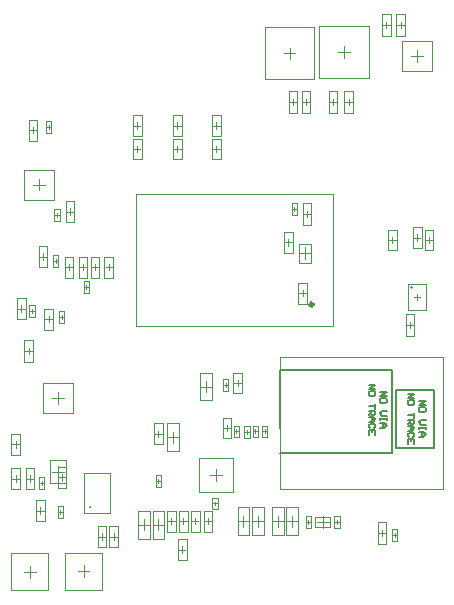
<source format=gbr>
%TF.GenerationSoftware,Altium Limited,Altium Designer,20.1.11 (218)*%
G04 Layer_Color=32768*
%FSLAX45Y45*%
%MOMM*%
%TF.SameCoordinates,C7425212-4277-447C-8971-9BA6FDDE4791*%
%TF.FilePolarity,Positive*%
%TF.FileFunction,Other,Mechanical_15*%
%TF.Part,Single*%
G01*
G75*
%TA.AperFunction,NonConductor*%
%ADD64C,0.10000*%
%ADD85C,0.15000*%
%ADD112C,0.30000*%
%ADD188C,0.01000*%
%ADD190C,0.05000*%
%ADD192C,0.12700*%
D64*
X2002500Y510002D02*
X2057501D01*
X2029998Y482499D02*
Y537500D01*
X1995002Y419999D02*
X2064999D01*
X1995002Y599999D02*
X2064999D01*
Y419999D02*
Y599999D01*
X1995002Y419999D02*
Y599999D01*
X2322004Y2289997D02*
Y3410000D01*
X3992003D01*
Y2289997D02*
Y3410000D01*
X2322004Y2289997D02*
X3992003D01*
X3000002Y979999D02*
Y1079999D01*
X2950000Y1030002D02*
X3050000D01*
X4412501Y4840002D02*
X4467502D01*
X4439999Y4812499D02*
Y4867500D01*
X4404998Y4929999D02*
X4475000D01*
X4404998Y4749999D02*
X4475000D01*
X4404998D02*
Y4929999D01*
X4475000Y4749999D02*
Y4929999D01*
X4532499Y4840001D02*
X4587500D01*
X4560002Y4812498D02*
Y4867500D01*
X4525001Y4929999D02*
X4594998D01*
X4525001Y4749999D02*
X4594998D01*
X4525001D02*
Y4929999D01*
X4594998Y4749999D02*
Y4929999D01*
X3153501Y1399998D02*
X3186501D01*
X3170001Y1383498D02*
Y1416498D01*
X3192998Y1350001D02*
Y1450001D01*
X3146999Y1350001D02*
Y1450001D01*
Y1350001D02*
X3192998D01*
X3146999Y1450001D02*
X3192998D01*
X3393502Y1400002D02*
X3426502D01*
X3410002Y1383502D02*
Y1416502D01*
X3432999Y1349999D02*
Y1449999D01*
X3387000Y1349999D02*
Y1449999D01*
Y1349999D02*
X3432999D01*
X3387000Y1449999D02*
X3432999D01*
X3230001Y595000D02*
Y685002D01*
X3185002Y639998D02*
X3274999D01*
X3179998Y522498D02*
Y757499D01*
X3279998Y522498D02*
Y757499D01*
X3179998D02*
X3279998D01*
X3179998Y522498D02*
X3279998D01*
X1503509Y960009D02*
X1536508D01*
X1520008Y943509D02*
Y976509D01*
X1497006Y910006D02*
Y1010006D01*
X1543006Y910006D02*
Y1010006D01*
X1497006D02*
X1543006D01*
X1497006Y910006D02*
X1543006D01*
X3520001Y595000D02*
Y685002D01*
X3474998Y639999D02*
X3565000D01*
X3469999Y522498D02*
Y757499D01*
X3569999Y522498D02*
Y757499D01*
X3469999D02*
X3569999D01*
X3469999Y522498D02*
X3569999D01*
X2389998Y565002D02*
Y654999D01*
X2345000Y610001D02*
X2435002D01*
X2340001Y492500D02*
Y727501D01*
X2440001Y492500D02*
Y727501D01*
X2340001D02*
X2440001D01*
X2340001Y492500D02*
X2440001D01*
X3756999Y680002D02*
X3802998D01*
X3756999Y580003D02*
X3802998D01*
X3756999D02*
Y680002D01*
X3802998Y580003D02*
Y680002D01*
X3780001Y613500D02*
Y646500D01*
X3763501Y630000D02*
X3796501D01*
X3899998Y579998D02*
Y680002D01*
X3850000Y630000D02*
X3950000D01*
X3997002Y580000D02*
X4043001D01*
X3997002Y679999D02*
X4043001D01*
Y580000D02*
Y679999D01*
X3997002Y580000D02*
Y679999D01*
X4019999Y613502D02*
Y646502D01*
X4003499Y630002D02*
X4036499D01*
X3639998Y595001D02*
Y684998D01*
X3594999Y639999D02*
X3685002D01*
X3590000Y522499D02*
Y757500D01*
X3690000Y522499D02*
Y757500D01*
X3590000D02*
X3690000D01*
X3590000Y522499D02*
X3690000D01*
X4372500Y540001D02*
X4427501D01*
X4399998Y512498D02*
Y567500D01*
X4365002Y629999D02*
X4435000D01*
X4365002Y449999D02*
X4435000D01*
X4365002D02*
Y629999D01*
X4435000Y449999D02*
Y629999D01*
X4837498Y2932499D02*
Y3107500D01*
X4762502Y2932499D02*
Y3107500D01*
X4837498D01*
X4762502Y2932499D02*
X4837498D01*
X4800003Y2992499D02*
Y3047500D01*
X4772499Y3020002D02*
X4827501D01*
X4672502Y3039999D02*
X4727498D01*
X4700000Y3012501D02*
Y3067497D01*
X4662499Y3127502D02*
X4737501D01*
X4662499Y2952501D02*
X4737501D01*
X4662499D02*
Y3127502D01*
X4737501Y2952501D02*
Y3127502D01*
X4612501Y2300002D02*
X4667502D01*
X4639999Y2272499D02*
Y2327500D01*
X4604998Y2209999D02*
X4675001D01*
X4604998Y2389999D02*
X4675001D01*
Y2209999D02*
Y2389999D01*
X4604998Y2209999D02*
Y2389999D01*
X4462502Y3020001D02*
X4517498D01*
X4490000Y2992498D02*
Y3047499D01*
X4452499Y3107499D02*
X4527500D01*
X4452499Y2932498D02*
X4527500D01*
Y3107499D01*
X4452499Y2932498D02*
Y3107499D01*
X3570001Y4600001D02*
X3670001D01*
X3619999Y4549998D02*
Y4649998D01*
X1883506Y2620006D02*
X1916506D01*
X1900006Y2603506D02*
Y2636506D01*
X1877009Y2570009D02*
Y2670008D01*
X1923008Y2570009D02*
Y2670008D01*
X1877009D02*
X1923008D01*
X1877009Y2570009D02*
X1923008D01*
X1664999Y1010001D02*
X1720000D01*
X1692502Y982503D02*
Y1037499D01*
X1657501Y919998D02*
X1727504D01*
X1657501Y1099998D02*
X1727504D01*
Y919998D02*
Y1099998D01*
X1657501Y919998D02*
Y1099998D01*
X1656251Y1010000D02*
Y1110000D01*
X1606249Y1060002D02*
X1706248D01*
X1422501Y3950000D02*
X1477502D01*
X1449999Y3922502D02*
Y3977498D01*
X1414998Y3860002D02*
X1485000D01*
X1414998Y4040002D02*
X1485000D01*
Y3860002D02*
Y4040002D01*
X1414998Y3860002D02*
Y4040002D01*
X2062502Y2790003D02*
X2117503D01*
X2090000Y2762499D02*
Y2817501D01*
X2052504Y2702500D02*
X2127500D01*
X2052504Y2877500D02*
X2127500D01*
Y2702500D02*
Y2877500D01*
X2052504Y2702500D02*
Y2877500D01*
X1494999Y2790000D02*
Y2970000D01*
X1564996Y2790000D02*
Y2970000D01*
X1494999D02*
X1564996D01*
X1494999Y2790000D02*
X1564996D01*
X1530000Y2852500D02*
Y2907501D01*
X1502497Y2880003D02*
X1557498D01*
X1500000Y3440003D02*
Y3540002D01*
X1449998Y3490000D02*
X1549997D01*
X1382498Y2080001D02*
X1437500D01*
X1410001Y2052498D02*
Y2107499D01*
X1375000Y1989999D02*
X1444998D01*
X1375000Y2169999D02*
X1444998D01*
Y1989999D02*
Y2169999D01*
X1375000Y1989999D02*
Y2169999D01*
X2302501Y3790002D02*
X2357502D01*
X2329999Y3762499D02*
Y3817500D01*
X2292498Y3702499D02*
X2367499D01*
X2292498Y3877500D02*
X2367499D01*
Y3702499D02*
Y3877500D01*
X2292498Y3702499D02*
Y3877500D01*
X1722501Y2789997D02*
X1777502D01*
X1749999Y2762499D02*
Y2817501D01*
X1714998Y2700000D02*
X1785000D01*
X1714998Y2880000D02*
X1785000D01*
Y2700000D02*
Y2880000D01*
X1714998Y2700000D02*
Y2880000D01*
X2632498Y3702501D02*
Y3877502D01*
X2707499Y3702501D02*
Y3877502D01*
X2632498D02*
X2707499D01*
X2632498Y3702501D02*
X2707499D01*
X2669999Y3762501D02*
Y3817502D01*
X2642501Y3789999D02*
X2697502D01*
X2972499D02*
X3027500D01*
X3000002Y3762501D02*
Y3817502D01*
X2962501Y3702501D02*
X3037502D01*
X2962501Y3877502D02*
X3037502D01*
Y3702501D02*
Y3877502D01*
X2962501Y3702501D02*
Y3877502D01*
X1563494Y3979992D02*
X1596494D01*
X1579994Y3963492D02*
Y3996492D01*
X1602991Y3929995D02*
Y4029994D01*
X1556992Y3929995D02*
Y4029994D01*
Y3929995D02*
X1602991D01*
X1556992Y4029994D02*
X1602991D01*
X1623500Y2841501D02*
X1656500D01*
X1640000Y2825001D02*
Y2858001D01*
X1617003Y2791504D02*
Y2891504D01*
X1663002Y2791504D02*
Y2891504D01*
X1617003D02*
X1663002D01*
X1617003Y2791504D02*
X1663002D01*
X1842501Y2790001D02*
X1897502D01*
X1869999Y2762503D02*
Y2817499D01*
X1834998Y2699998D02*
X1905001D01*
X1834998Y2879998D02*
X1905001D01*
Y2699998D02*
Y2879998D01*
X1834998Y2699998D02*
Y2879998D01*
X1660006Y1629991D02*
Y1729991D01*
X1610009Y1679993D02*
X1710009D01*
X1416991Y2469991D02*
X1462990D01*
X1416991Y2369991D02*
X1462990D01*
X1416991D02*
Y2469991D01*
X1462990Y2369991D02*
Y2469991D01*
X1439993Y2403494D02*
Y2436494D01*
X1423493Y2419994D02*
X1456493D01*
X1322501Y2439999D02*
X1377502D01*
X1349999Y2412501D02*
Y2467502D01*
X1314998Y2350001D02*
X1385000D01*
X1314998Y2530001D02*
X1385000D01*
Y2350001D02*
Y2530001D01*
X1314998Y2350001D02*
Y2530001D01*
X4487001Y569999D02*
X4533000D01*
X4487001Y469999D02*
X4533000D01*
X4487001D02*
Y569999D01*
X4533000Y469999D02*
Y569999D01*
X4509998Y503502D02*
Y536501D01*
X4493498Y520002D02*
X4526503D01*
X4649998Y4579998D02*
X4749998D01*
X4700001Y4530001D02*
Y4630001D01*
X4080000Y4559998D02*
Y4659998D01*
X4030002Y4610001D02*
X4130002D01*
X1627008Y3180009D02*
X1673007D01*
X1627008Y3280008D02*
X1673007D01*
Y3180009D02*
Y3280008D01*
X1627008Y3180009D02*
Y3280008D01*
X1650010Y3213506D02*
Y3246506D01*
X1633510Y3230006D02*
X1666510D01*
X1795002Y3169999D02*
Y3349999D01*
X1724999Y3169999D02*
Y3349999D01*
Y3169999D02*
X1795002D01*
X1724999Y3349999D02*
X1795002D01*
X1760001Y3232498D02*
Y3287500D01*
X1732503Y3260002D02*
X1787499D01*
X1934999Y2700000D02*
Y2880000D01*
X2004996Y2700000D02*
Y2880000D01*
X1934999D02*
X2004996D01*
X1934999Y2700000D02*
X2004996D01*
X1970000Y2762499D02*
Y2817501D01*
X1942497Y2789997D02*
X1997498D01*
X1667007Y2320006D02*
X1713007D01*
X1667007Y2420006D02*
X1713007D01*
Y2320006D02*
Y2420006D01*
X1667007Y2320006D02*
Y2420006D01*
X1690010Y2353509D02*
Y2386509D01*
X1673510Y2370009D02*
X1706509D01*
X1542502Y2262501D02*
Y2437502D01*
X1617498Y2262501D02*
Y2437502D01*
X1542502D02*
X1617498D01*
X1542502Y2262501D02*
X1617498D01*
X1579997Y2322501D02*
Y2377502D01*
X1552499Y2349999D02*
X1607500D01*
X1264999Y1200000D02*
Y1380000D01*
X1335001Y1200000D02*
Y1380000D01*
X1264999D02*
X1335001D01*
X1264999Y1200000D02*
X1335001D01*
X1300000Y1262505D02*
Y1317501D01*
X1272502Y1290003D02*
X1327498D01*
X1454999Y910002D02*
Y1090002D01*
X1385002Y910002D02*
Y1090002D01*
Y910002D02*
X1454999D01*
X1385002Y1090002D02*
X1454999D01*
X1419998Y972501D02*
Y1027498D01*
X1392500Y1000000D02*
X1447501D01*
X1657008Y670006D02*
X1703008D01*
X1657008Y770005D02*
X1703008D01*
Y670006D02*
Y770005D01*
X1657008Y670006D02*
Y770005D01*
X1680006Y703508D02*
Y736508D01*
X1663506Y720008D02*
X1696505D01*
X2167502Y422499D02*
Y597500D01*
X2092501Y422499D02*
Y597500D01*
Y422499D02*
X2167502D01*
X2092501Y597500D02*
X2167502D01*
X2130001Y482499D02*
Y537500D01*
X2102498Y510002D02*
X2157499D01*
X1547502Y642499D02*
Y817500D01*
X1472501Y642499D02*
Y817500D01*
Y642499D02*
X1547502D01*
X1472501Y817500D02*
X1547502D01*
X1510002Y702499D02*
Y757500D01*
X1482499Y730002D02*
X1537500D01*
X1335002Y909998D02*
Y1089998D01*
X1264999Y909998D02*
Y1089998D01*
Y909998D02*
X1335002D01*
X1264999Y1089998D02*
X1335002D01*
X1300000Y972498D02*
Y1027499D01*
X1272502Y1000001D02*
X1327498D01*
X3037498Y3902498D02*
Y4077499D01*
X2962502Y3902498D02*
Y4077499D01*
Y3902498D02*
X3037498D01*
X2962502Y4077499D02*
X3037498D01*
X2999998Y3962498D02*
Y4017499D01*
X2972500Y3990001D02*
X3027501D01*
X3764999Y2480001D02*
Y2660000D01*
X3695002Y2480001D02*
Y2660000D01*
Y2480001D02*
X3764999D01*
X3695002Y2660000D02*
X3764999D01*
X3729998Y2542500D02*
Y2597501D01*
X3702500Y2569998D02*
X3757501D01*
X3645000Y2910000D02*
Y3089999D01*
X3575003Y2910000D02*
Y3089999D01*
Y2910000D02*
X3645000D01*
X3575003Y3089999D02*
X3645000D01*
X3610004Y2972499D02*
Y3027500D01*
X3582501Y3000002D02*
X3637502D01*
X3700003Y2907999D02*
X3800002D01*
X3750000Y2858001D02*
Y2958001D01*
X2707500Y3902500D02*
Y4077501D01*
X2632499Y3902500D02*
Y4077501D01*
Y3902500D02*
X2707500D01*
X2632499Y4077501D02*
X2707500D01*
X2669999Y3962500D02*
Y4017501D01*
X2642501Y3989998D02*
X2697498D01*
X2367499Y3902500D02*
Y4077501D01*
X2292498Y3902500D02*
Y4077501D01*
Y3902500D02*
X2367499D01*
X2292498Y4077501D02*
X2367499D01*
X2329999Y3962500D02*
Y4017501D01*
X2302501Y3989998D02*
X2357502D01*
X3735001Y3150002D02*
Y3330002D01*
X3804998Y3150002D02*
Y3330002D01*
X3735001D02*
X3804998D01*
X3735001Y3150002D02*
X3804998D01*
X3770002Y3212502D02*
Y3267498D01*
X3742499Y3240000D02*
X3797500D01*
X3643500Y3280000D02*
X3676499D01*
X3660000Y3263500D02*
Y3296500D01*
X3637002Y3230002D02*
Y3330002D01*
X3683002Y3229997D02*
Y3329997D01*
X3637002Y3330002D02*
X3683002Y3329997D01*
X3637002Y3230002D02*
X3683002Y3229997D01*
X2482499Y1380001D02*
X2537500D01*
X2510002Y1352498D02*
Y1407499D01*
X2475001Y1289999D02*
Y1469999D01*
X2544998Y1289999D02*
Y1469999D01*
X2475001D02*
X2544998D01*
X2475001Y1289999D02*
X2544998D01*
X2592500Y640001D02*
X2647501D01*
X2619998Y612498D02*
Y667499D01*
X2585002Y549998D02*
Y729998D01*
X2654999Y549998D02*
Y729998D01*
X2585002D02*
X2654999D01*
X2585002Y549998D02*
X2654999D01*
X3300002Y522500D02*
X3400002D01*
X3300002Y757501D02*
X3400002D01*
Y522500D02*
Y757501D01*
X3300002Y522500D02*
Y757501D01*
X3305001Y640001D02*
X3394998D01*
X3349999Y595002D02*
Y684999D01*
X3307001Y1449999D02*
X3353000D01*
X3307001Y1349999D02*
X3353000D01*
X3307001D02*
Y1449999D01*
X3353000Y1349999D02*
Y1449999D01*
X3329998Y1383502D02*
Y1416501D01*
X3313498Y1400002D02*
X3346498D01*
X2757502Y552500D02*
Y727500D01*
X2682501Y552500D02*
Y727500D01*
Y552500D02*
X2757502D01*
X2682501Y727500D02*
X2757502D01*
X2720002Y612499D02*
Y667501D01*
X2692499Y639997D02*
X2747500D01*
X3237000Y1448499D02*
X3282999D01*
X3237000Y1348499D02*
X3282999D01*
X3237000D02*
Y1448499D01*
X3282999Y1348499D02*
Y1448499D01*
X3259997Y1382002D02*
Y1415001D01*
X3243497Y1398501D02*
X3276497D01*
X2487002Y930000D02*
X2533001D01*
X2487002Y1029999D02*
X2533001D01*
Y930000D02*
Y1029999D01*
X2487002Y930000D02*
Y1029999D01*
X2509999Y963502D02*
Y996502D01*
X2493499Y980002D02*
X2526499D01*
X2782501Y552498D02*
Y727499D01*
X2857503Y552498D02*
Y727499D01*
X2782501D02*
X2857503D01*
X2782501Y552498D02*
X2857503D01*
X2820002Y612498D02*
Y667499D01*
X2792499Y640001D02*
X2847500D01*
X3127499Y1342501D02*
Y1517502D01*
X3052498Y1342501D02*
Y1517502D01*
Y1342501D02*
X3127499D01*
X3052498Y1517502D02*
X3127499D01*
X3089999Y1402501D02*
Y1457502D01*
X3062501Y1429999D02*
X3117502D01*
X2892498Y552499D02*
Y727499D01*
X2967499Y552499D02*
Y727499D01*
X2892498D02*
X2967499D01*
X2892498Y552499D02*
X2967499D01*
X2929998Y612498D02*
Y667500D01*
X2902500Y640002D02*
X2957501D01*
X2672499Y312501D02*
Y487502D01*
X2747500Y312501D02*
Y487502D01*
X2672499D02*
X2747500D01*
X2672499Y312501D02*
X2747500D01*
X2710000Y372501D02*
Y427502D01*
X2682502Y399999D02*
X2737498D01*
X2967002Y839999D02*
X3013001D01*
X2967002Y739999D02*
X3013001D01*
X2967002D02*
Y839999D01*
X3013001Y739999D02*
Y839999D01*
X2989999Y773502D02*
Y806502D01*
X2973499Y790002D02*
X3006499D01*
X2859999Y1897499D02*
X2959999D01*
X2859999Y1662499D02*
X2959999D01*
X2859999D02*
Y1897499D01*
X2959999Y1662499D02*
Y1897499D01*
X2864998Y1779999D02*
X2955000D01*
X2910001Y1735000D02*
Y1824998D01*
X3057002Y1840000D02*
X3103001D01*
X3057002Y1740001D02*
X3103001D01*
X3057002D02*
Y1840000D01*
X3103001Y1740001D02*
Y1840000D01*
X3079999Y1773498D02*
Y1806498D01*
X3063499Y1789998D02*
X3096499D01*
X2460000Y492502D02*
X2560000D01*
X2460000Y727498D02*
X2560000D01*
Y492502D02*
Y727498D01*
X2460000Y492502D02*
Y727498D01*
X2464999Y610002D02*
X2555001D01*
X2510002Y564999D02*
Y655001D01*
X3142500Y1722499D02*
Y1897500D01*
X3217501Y1722499D02*
Y1897500D01*
X3142500D02*
X3217501D01*
X3142500Y1722499D02*
X3217501D01*
X3180001Y1782499D02*
Y1837500D01*
X3152498Y1810002D02*
X3207499D01*
X2579998Y1232501D02*
X2679998D01*
X2579998Y1467502D02*
X2679998D01*
Y1232501D02*
Y1467502D01*
X2579998Y1232501D02*
Y1467502D01*
X2585002Y1350001D02*
X2674999D01*
X2630000Y1305002D02*
Y1395000D01*
X3615004Y4100000D02*
Y4280000D01*
X3685001Y4100000D02*
Y4280000D01*
X3615004D02*
X3685001D01*
X3615004Y4100000D02*
X3685001D01*
X3650000Y4162499D02*
Y4217501D01*
X3622502Y4190003D02*
X3677503D01*
X3725002Y4099999D02*
Y4279999D01*
X3795000Y4099999D02*
Y4279999D01*
X3725002D02*
X3795000D01*
X3725002Y4099999D02*
X3795000D01*
X3759999Y4162499D02*
Y4217500D01*
X3732501Y4190002D02*
X3787502D01*
X3954999Y4100000D02*
Y4280000D01*
X4024997Y4100000D02*
Y4280000D01*
X3954999D02*
X4024997D01*
X3954999Y4100000D02*
X4024997D01*
X3989996Y4162499D02*
Y4217501D01*
X3962498Y4190003D02*
X4017499D01*
X4085001Y4099999D02*
Y4279999D01*
X4154998Y4099999D02*
Y4279999D01*
X4085001D02*
X4154998D01*
X4085001Y4099999D02*
X4154998D01*
X4120002Y4162499D02*
Y4217500D01*
X4092499Y4190002D02*
X4147500D01*
X1369998Y212502D02*
X1470002D01*
X1420000Y162500D02*
Y262499D01*
X1825500Y214999D02*
X1925499D01*
X1875497Y164996D02*
Y265001D01*
D85*
X1933011Y758286D02*
G03*
X1933011Y758286I-5000J0D01*
G01*
X4519997Y1260502D02*
X4845000D01*
X4519997D02*
Y1752500D01*
X4845000D01*
Y1260502D02*
Y1752500D01*
X4485001Y1220502D02*
Y1920501D01*
X3535000D02*
X4485001D01*
X3535000Y1428503D02*
Y1920501D01*
Y1220502D02*
X4485001D01*
D112*
X3822002Y2474998D02*
G03*
X3822002Y2474998I-15000J0D01*
G01*
D188*
X1877498Y1048298D02*
X2097498D01*
Y708298D02*
Y1048298D01*
X1877498Y708298D02*
X2097498D01*
X1877498D02*
Y1048298D01*
D190*
X4662502Y2619998D02*
G03*
X4662502Y2619998I-10000J0D01*
G01*
X3535000Y2030000D02*
X4919996D01*
X3535000Y912502D02*
X4919996D01*
Y2030000D01*
X3535000Y912502D02*
Y2030000D01*
X2854999Y884998D02*
X3145001D01*
X2854999Y1175000D02*
X3145001D01*
Y884998D02*
Y1175000D01*
X2854999Y884998D02*
Y1175000D01*
X3837499Y672499D02*
X3962502D01*
X3837499Y587501D02*
X3962502D01*
Y672499D01*
X3837499Y587501D02*
Y672499D01*
X4623500Y2431997D02*
Y2647998D01*
X4776505D01*
Y2431997D02*
Y2647998D01*
X4623500Y2431997D02*
X4776505D01*
X4675001Y2539997D02*
X4725004D01*
X4700000Y2514999D02*
Y2564996D01*
X3410002Y4380001D02*
Y4820000D01*
X3830001Y4380001D02*
Y4820000D01*
X3410002Y4380001D02*
X3830001D01*
X3410002Y4820000D02*
X3830001D01*
X1587752Y960003D02*
X1724750D01*
X1587752Y1160002D02*
X1724750D01*
Y960003D02*
Y1160002D01*
X1587752Y960003D02*
Y1160002D01*
X1372502Y3362502D02*
X1627498D01*
X1372502Y3617503D02*
X1627498D01*
Y3362502D02*
Y3617503D01*
X1372502Y3362502D02*
Y3617503D01*
X1532508Y1552490D02*
X1787509D01*
X1532508Y1807491D02*
X1787509D01*
Y1552490D02*
Y1807491D01*
X1532508Y1552490D02*
Y1807491D01*
X4575002Y4455000D02*
Y4705002D01*
X4824999Y4455000D02*
Y4705002D01*
X4575002Y4455000D02*
X4824999D01*
X4575002Y4705002D02*
X4824999D01*
X3869998Y4830000D02*
X4290002D01*
X3869998Y4390001D02*
X4290002D01*
Y4830000D01*
X3869998Y4390001D02*
Y4830000D01*
X3800002Y2825499D02*
Y2990498D01*
X3700003Y2825499D02*
Y2990498D01*
Y2825499D02*
X3800002D01*
X3700003Y2990498D02*
X3800002D01*
X1262500Y55002D02*
Y370002D01*
X1577500Y55002D02*
Y370002D01*
X1262500D02*
X1577500D01*
X1262500Y55002D02*
X1577500D01*
X1717997Y57498D02*
Y372499D01*
X2032997Y57498D02*
Y372499D01*
X1717997D02*
X2032997D01*
X1717997Y57498D02*
X2032997D01*
D192*
X4386255Y1735477D02*
X4441237D01*
X4386255Y1698822D01*
X4441237D01*
Y1653004D02*
Y1671331D01*
X4432074Y1680495D01*
X4395419D01*
X4386255Y1671331D01*
Y1653004D01*
X4395419Y1643840D01*
X4432074D01*
X4441237Y1653004D01*
Y1570531D02*
X4404583D01*
X4386255Y1552203D01*
X4404583Y1533876D01*
X4441237D01*
Y1515548D02*
Y1497221D01*
Y1506385D01*
X4386255D01*
Y1515548D01*
Y1497221D01*
Y1469730D02*
X4422910D01*
X4441237Y1451402D01*
X4422910Y1433075D01*
X4386255D01*
X4413746D01*
Y1469730D01*
X4289797Y1795041D02*
X4344779D01*
X4289797Y1758386D01*
X4344779D01*
Y1712568D02*
Y1730895D01*
X4335615Y1740058D01*
X4298960D01*
X4289797Y1730895D01*
Y1712568D01*
X4298960Y1703404D01*
X4335615D01*
X4344779Y1712568D01*
Y1630094D02*
Y1593440D01*
Y1611767D01*
X4289797D01*
Y1575112D02*
X4344779D01*
Y1547621D01*
X4335615Y1538457D01*
X4317288D01*
X4308124Y1547621D01*
Y1575112D01*
Y1556785D02*
X4289797Y1538457D01*
Y1520130D02*
X4326451D01*
X4344779Y1501803D01*
X4326451Y1483475D01*
X4289797D01*
X4317288D01*
Y1520130D01*
X4335615Y1428493D02*
X4344779Y1437657D01*
Y1455984D01*
X4335615Y1465148D01*
X4298960D01*
X4289797Y1455984D01*
Y1437657D01*
X4298960Y1428493D01*
X4344779Y1373511D02*
Y1410166D01*
X4289797D01*
Y1373511D01*
X4317288Y1410166D02*
Y1391838D01*
X4716455Y1659277D02*
X4771437D01*
X4716455Y1622622D01*
X4771437D01*
Y1576804D02*
Y1595131D01*
X4762274Y1604295D01*
X4725619D01*
X4716455Y1595131D01*
Y1576804D01*
X4725619Y1567640D01*
X4762274D01*
X4771437Y1576804D01*
Y1494331D02*
X4734783D01*
X4716455Y1476003D01*
X4734783Y1457676D01*
X4771437D01*
Y1439348D02*
Y1421021D01*
Y1430185D01*
X4716455D01*
Y1439348D01*
Y1421021D01*
Y1393530D02*
X4753110D01*
X4771437Y1375202D01*
X4753110Y1356875D01*
X4716455D01*
X4743946D01*
Y1393530D01*
X4619997Y1718841D02*
X4674979D01*
X4619997Y1682186D01*
X4674979D01*
Y1636368D02*
Y1654695D01*
X4665815Y1663858D01*
X4629160D01*
X4619997Y1654695D01*
Y1636368D01*
X4629160Y1627204D01*
X4665815D01*
X4674979Y1636368D01*
Y1553894D02*
Y1517240D01*
Y1535567D01*
X4619997D01*
Y1498912D02*
X4674979D01*
Y1471421D01*
X4665815Y1462257D01*
X4647488D01*
X4638324Y1471421D01*
Y1498912D01*
Y1480585D02*
X4619997Y1462257D01*
Y1443930D02*
X4656651D01*
X4674979Y1425603D01*
X4656651Y1407275D01*
X4619997D01*
X4647488D01*
Y1443930D01*
X4665815Y1352293D02*
X4674979Y1361457D01*
Y1379784D01*
X4665815Y1388948D01*
X4629160D01*
X4619997Y1379784D01*
Y1361457D01*
X4629160Y1352293D01*
X4674979Y1297311D02*
Y1333966D01*
X4619997D01*
Y1297311D01*
X4647488Y1333966D02*
Y1315638D01*
%TF.MD5,18c50bd00572e06824ee876a9e5464a5*%
M02*

</source>
